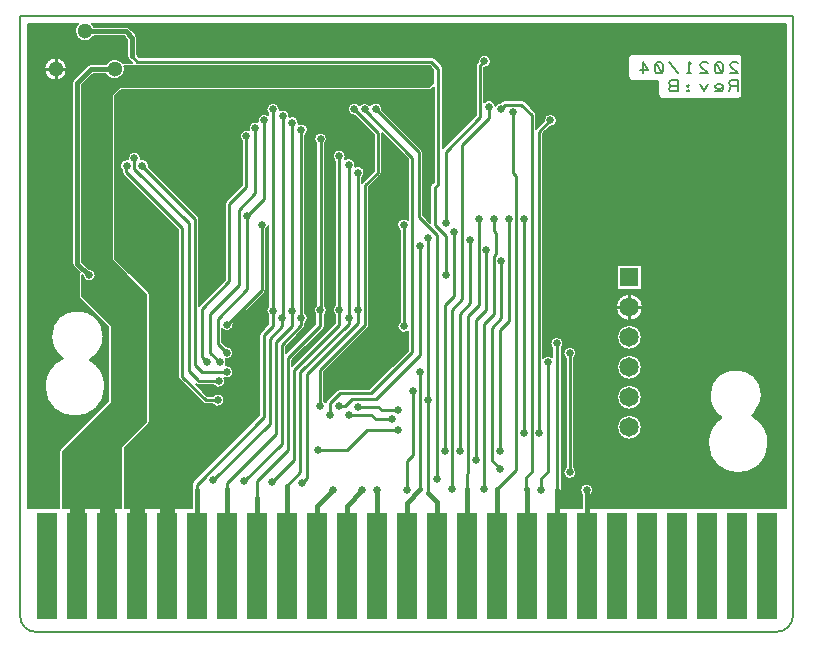
<source format=gbr>
G04 #@! TF.Part,Single*
G04 #@! TF.FileFunction,Copper,L2,Bot *
G04 #@! TF.FilePolarity,Positive *
%FSLAX35Y35*%
%MOIN*%
G04 #@! TA.AperFunction,SMDPad,CuDef*
%ADD18R,0.06693X0.35433*%
G04 #@! TA.AperFunction,ComponentPad*
%ADD16R,0.06496X0.06496*%
G04 #@! TD.AperFunction*
%ADD10C,0.00500*%
%ADD11C,0.01000*%
%ADD12C,0.01500*%
G04 #@! TA.AperFunction,ViaPad*
%ADD13C,0.02677*%
%ADD15C,0.03200*%
G04 #@! TD.AperFunction*
%ADD14C,0.05000*%
G04 #@! TA.AperFunction,ComponentPad*
%ADD117C,0.05118*%
%ADD17C,0.06496*%
X0Y0D02*
D02*
D10*
X139638Y212238D02*
Y50844D01*
X150214*
G75*
G02X150208Y50957I1097J114*
G01*
Y69565*
G75*
G02X150531Y70345I1102*
G01*
X166557Y86371*
Y111043*
X157021Y120579*
G75*
G02X156698Y121359I780J780*
G01*
Y128449*
G75*
G03Y128453I-101508J2*
G01*
G75*
G02X157021Y129232I1102*
G01*
X155047Y131206*
G75*
G02X154576Y132341I1131J1135*
G01*
Y192621*
G75*
G02X155047Y193756I1602*
G01*
X159536Y198245*
G75*
G02X160671Y198717I1135J-1131*
G01*
X165646*
G75*
G02X171431Y199101I3012J-1602*
G01*
G75*
G02X171920Y199215I489J-989*
G01*
X174400*
X173393Y200222*
G75*
G02X172922Y201357I1131J1135*
G01*
Y206934*
X171745Y208110*
X161828*
G75*
G02X155404Y209713I-3012J1602*
G01*
G75*
G02X156522Y212238I3411*
G01*
X139638*
X145164Y197114D02*
G75*
G02X152782I3809D01*
G01*
G75*
G02X145164I-3809*
G01*
X160355Y100286D02*
G75*
G02X165542Y91459I-4917J-8827D01*
G01*
G75*
G02X145333I-10104*
G01*
G75*
G02X151425Y100732I10104*
G01*
G75*
G02X147538Y107994I4839J7262*
G01*
G75*
G02X164991I8726*
G01*
G75*
G02X160355Y100286I-8726*
G01*
X139888Y99037D02*
G36*
Y51094D01*
X150208*
Y69565*
Y69566*
G75*
G02X150531Y70345I1102*
G01*
X166557Y86371*
Y99037*
X162120*
G75*
G02X165542Y91459I-6683J-7579*
G01*
G75*
G02X145333I-10104*
G01*
G75*
G02X148755Y99037I10105J0*
G01*
X139888*
G37*
Y197114D02*
G36*
Y99037D01*
X148755*
G75*
G02X151425Y100732I6683J-7579*
G01*
G75*
G02X147538Y107994I4839J7262*
G01*
G75*
G02X164991I8726*
G01*
Y107994*
G75*
G02X160355Y100286I-8726*
G01*
G75*
G02X162120Y99037I-4919J-8828*
G01*
X166557*
Y111043*
X157021Y120579*
G75*
G02X156698Y121358I779J779*
G01*
Y121359*
Y128449*
Y128453*
Y128453*
G75*
G02X157021Y129232I1102*
G01*
X155047Y131206*
G75*
G02X154576Y132341I1130J1135*
G01*
Y132341*
Y192621*
Y192622*
G75*
G02X155047Y193756I1602*
G01*
X158405Y197114*
X152782*
G75*
G02X145164I-3809*
G01*
X139888*
G37*
Y211988D02*
G36*
Y197114D01*
X145164*
G75*
G02X152782I3809*
G01*
X158405*
X159536Y198245*
G75*
G02X160671Y198717I1135J-1130*
G01*
X165646*
G75*
G02X171431Y199101I3012J-1602*
G01*
G75*
G02X171920Y199215I487J-982*
G01*
X174150*
Y199465*
X173393Y200222*
G75*
G02X172922Y201357I1130J1135*
G01*
Y201357*
Y206934*
X171745Y208110*
X161828*
G75*
G02X155404Y209712I-3012J1602*
G01*
Y209713*
G75*
G02X156274Y211988I3412J0*
G01*
X139888*
G37*
X142450Y9569D02*
X389310D01*
G75*
G03X394807Y15066J5497*
G01*
Y214707*
X137170*
Y14849*
G75*
G03X142450Y9569I5280*
G01*
X151311Y69565D02*
Y50957D01*
X170905*
Y71188*
X179267Y79550*
Y121983*
X167785Y133465*
Y188628*
X170406Y191248*
X273618*
X274866Y192496*
Y196989*
X273743Y198113*
X171920*
G75*
G02X165646Y195512I-3262J-998*
G01*
X161440*
X157800Y191872*
Y132985*
X160123Y130663*
G75*
G02X162368Y128472I54J-2190*
G01*
G75*
G02X157997Y128256I-2191*
G01*
X157800Y128453*
Y121359*
X167660Y111499*
Y85915*
X151311Y69565*
G36*
Y50957*
X170905*
Y71188*
X179267Y79550*
Y121983*
X167785Y133465*
Y188628*
X170406Y191248*
X273618*
X274866Y192496*
Y196989*
X273743Y198113*
X171920*
G75*
G02X165646Y195512I-3262J-998*
G01*
X161440*
X157800Y191872*
Y132985*
X160123Y130663*
G75*
G02X162368Y128472I54J-2190*
G01*
G75*
G02X157997Y128256I-2191*
G01*
X157800Y128453*
Y121359*
X167660Y111499*
Y85915*
X151311Y69565*
G37*
X161109Y212238D02*
G75*
G02X161828Y211315I-2293J-2526D01*
G01*
X172409*
G75*
G02X173544Y210844J-1602*
G01*
X175655Y208733*
G75*
G02X176126Y207598I-1131J-1135*
G01*
Y202021*
X176935Y201213*
X274242*
G75*
G02X275377Y200741J-1602*
G01*
X277744Y198374*
G75*
G02X278215Y197239I-1131J-1135*
G01*
Y170801*
X289113Y181700*
Y198237*
G75*
G02X289510Y199195I1353*
G01*
X289789Y199473*
G75*
G02X289773Y199735I2176J262*
G01*
G75*
G02X294155I2191*
G01*
G75*
G02X291817Y197549I-2191*
G01*
Y186082*
G75*
G02X295637Y184897I1644J-1448*
G01*
G75*
G02X297504Y186075I1943J-1012*
G01*
X297820Y186391*
G75*
G02X298956Y186860I1133J-1133*
G01*
X304194*
G75*
G02X305330Y186389J-1602*
G01*
X308820Y182898*
G75*
G02X309291Y181763I-1131J-1135*
G01*
Y177291*
X311754Y179754*
G75*
G02X311738Y180016I2175J262*
G01*
G75*
G02X316120I2191*
G01*
G75*
G02X313667Y177841I-2191*
G01*
X311537Y175712*
Y100843*
G75*
G02X314448Y101180I1643J-1450*
G01*
Y104198*
G75*
G02X313860Y105693I1602J1494*
G01*
G75*
G02X318242I2191*
G01*
G75*
G02X317653Y104198I-2191*
G01*
Y57022*
G75*
G02X317591Y56580I-1602*
G01*
Y50844*
X324386*
Y55341*
G75*
G02X323798Y56835I1602J1494*
G01*
G75*
G02X328180I2191*
G01*
G75*
G02X327591Y55341I-2191*
G01*
Y50844*
X392339*
Y212238*
X161109*
X335765Y117724D02*
G75*
G02X344761I4498D01*
G01*
G75*
G02X335765I-4498*
G01*
X336162Y77724D02*
G75*
G02X344363I4100D01*
G01*
G75*
G02X336162I-4100*
G01*
Y87724D02*
G75*
G02X344363I4100D01*
G01*
G75*
G02X336162I-4100*
G01*
Y97724D02*
G75*
G02X344363I4100D01*
G01*
G75*
G02X336162I-4100*
G01*
Y107724D02*
G75*
G02X344363I4100D01*
G01*
G75*
G02X336162I-4100*
G01*
X336162Y131825D02*
X344363D01*
Y123624*
X336162*
Y131825*
X376706Y202243D02*
G75*
G02X377956Y200993J-1250D01*
G01*
Y188493*
G75*
G02X376706Y187243I-1250*
G01*
X351206*
G75*
G02X349956Y188493J1250*
G01*
Y193243*
X341206*
G75*
G02X339956Y194493J1250*
G01*
Y200993*
G75*
G02X341206Y202243I1250*
G01*
X376706*
X381202Y81525D02*
G75*
G02X386644Y72561I-4663J-8964D01*
G01*
G75*
G02X366435I-10104*
G01*
G75*
G02X370964Y80988I10104*
G01*
G75*
G02X366987Y88309I4749J7321*
G01*
G75*
G02X384439I8726*
G01*
G75*
G02X381202Y81525I-8726J0*
G01*
X318228Y102389D02*
G75*
G02X322610I2191D01*
G01*
G75*
G02X321771Y100665I-2191*
G01*
Y64425*
G75*
G02X322610Y62701I-1352J-1724*
G01*
G75*
G02X318228I-2191*
G01*
G75*
G02X319067Y64425I2191*
G01*
Y100665*
G75*
G02X318228Y102389I1352J1724*
G01*
X317591Y56580D02*
G36*
Y51094D01*
X324386*
Y55341*
G75*
G02X323798Y56835I1602J1494*
G01*
G75*
G02X328180I2191*
G01*
G75*
G02X327591Y55341I-2191*
G01*
Y51094*
X392089*
Y77724*
X385226*
G75*
G02X386644Y72561I-8686J-5163*
G01*
G75*
G02X366435I-10104*
G01*
G75*
G02X367854Y77724I10105J0*
G01*
X344363*
G75*
G02X336162I-4100*
G01*
X321771*
Y64425*
G75*
G02X322610Y62701I-1354J-1724*
G01*
G75*
G02X318228I-2191*
G01*
G75*
G02X319067Y64425I2192J-1*
G01*
Y77724*
X317653*
Y57022*
G75*
G02X317591Y56580I-1615J2*
G01*
G37*
X317653Y87724D02*
G36*
Y77724D01*
X319067*
Y87724*
X317653*
G37*
X321771D02*
G36*
Y77724D01*
X336162*
G75*
G02X344363I4100*
G01*
X367854*
G75*
G02X370964Y80988I8686J-5162*
G01*
G75*
G02X367006Y87724I4749J7321*
G01*
X344363*
G75*
G02X336162I-4100*
G01*
X321771*
G37*
X384420D02*
G36*
G75*
G02X381202Y81525I-8708J586D01*
G01*
G75*
G02X385226Y77724I-4663J-8964*
G01*
X392089*
Y87724*
X384420*
G37*
X317653Y97724D02*
G36*
Y87724D01*
X319067*
Y97724*
X317653*
G37*
X321771D02*
G36*
Y87724D01*
X336162*
G75*
G02X344363I4100*
G01*
X367006*
G75*
G02X366987Y88309I8708J586*
G01*
G75*
G02X384439I8726*
G01*
G75*
G02X384420Y87724I-8728J0*
G01*
X392089*
Y97724*
X344363*
G75*
G02X336162I-4100*
G01*
X321771*
G37*
X311537Y107724D02*
G36*
Y100843D01*
G75*
G02X314448Y101180I1643J-1450*
G01*
Y104198*
G75*
G02X313860Y105693I1602J1494*
G01*
G75*
G02X315229Y107724I2191*
G01*
X311537*
G37*
X317653Y104198D02*
G36*
Y97724D01*
X319067*
Y100665*
G75*
G02X318228Y102389I1354J1724*
G01*
G75*
G02X322610I2191*
G01*
G75*
G02X321771Y100665I-2192J1*
G01*
Y97724*
X336162*
G75*
G02X344363I4100*
G01*
X392089*
Y107724*
X344363*
G75*
G02X336162I-4100*
G01*
X316872*
G75*
G02X318242Y105693I-822J-2031*
G01*
G75*
G02X317653Y104198I-2191*
G01*
G37*
X311537Y117724D02*
G36*
Y107724D01*
X315229*
G75*
G02X316872I822J-2031*
G01*
X336162*
G75*
G02X344363I4100*
G01*
X392089*
Y117724*
X344761*
G75*
G02X335765I-4498*
G01*
X311537*
G37*
Y127724D02*
G36*
Y117724D01*
X335765*
G75*
G02X344761I4498*
G01*
X392089*
Y127724*
X344363*
Y123624*
X336162*
Y127724*
X311537*
G37*
X278215Y194743D02*
G36*
Y170801D01*
X289113Y181700*
Y194743*
X278215*
G37*
X291817D02*
G36*
Y186082D01*
G75*
G02X295637Y184897I1644J-1448*
G01*
G75*
G02X297504Y186075I1943J-1012*
G01*
X297820Y186391*
G75*
G02X298956Y186860I1133J-1132*
G01*
X304194*
G75*
G02X305330Y186389I0J-1602*
G01*
X308820Y182898*
G75*
G02X309291Y181764I-1130J-1135*
G01*
Y181763*
Y177291*
X311754Y179754*
G75*
G02X311738Y180016I2181J263*
G01*
G75*
G02X316120I2191*
G01*
G75*
G02X313667Y177841I-2191*
G01*
X311537Y175712*
Y127724*
X336162*
Y131825*
X344363*
Y127724*
X392089*
Y194743*
X377956*
Y188493*
G75*
G02X376706Y187243I-1250*
G01*
X351206*
G75*
G02X349956Y188493J1250*
G01*
Y193243*
X341206*
G75*
G02X339956Y194493J1250*
G01*
Y194743*
X291817*
G37*
X161359Y211988D02*
G36*
Y211986D01*
G75*
G02X161828Y211315I-2543J-2274*
G01*
X172409*
G75*
G02X173544Y210844I0J-1602*
G01*
X175655Y208733*
G75*
G02X176126Y207598I-1130J-1135*
G01*
Y207598*
Y202021*
X176935Y201213*
X274242*
G75*
G02X275377Y200741I0J-1602*
G01*
X277744Y198374*
G75*
G02X278215Y197239I-1130J-1135*
G01*
Y197239*
Y194743*
X289113*
Y198237*
G75*
G02X289510Y199195I1355J-1*
G01*
X289789Y199473*
G75*
G02X289773Y199735I2168J262*
G01*
G75*
G02X294155I2191*
G01*
G75*
G02X291817Y197549I-2191*
G01*
Y194743*
X339956*
Y200993*
G75*
G02X341206Y202243I1250*
G01*
X376706*
G75*
G02X377956Y200993J-1250*
G01*
Y194743*
X392089*
Y211988*
X161359*
G37*
X168887Y188171D02*
Y133921D01*
X180046Y122762*
G75*
G02X180369Y121983I-780J-780*
G01*
Y79550*
G75*
G02X180046Y78770I-1102*
G01*
X172007Y70731*
Y50957*
G75*
G02X172001Y50844I-1103J2*
G01*
X194386*
Y58583*
G75*
G02X194857Y59718I1602*
G01*
X216852Y81713*
Y108379*
G75*
G02X217324Y109514I1602*
G01*
X219854Y112045*
Y115122*
G75*
G02X219848Y118103I1602J1494*
G01*
Y144859*
G75*
G02X219058Y143597I-2141J462*
G01*
Y123598*
G75*
G02X218661Y122641I-1352*
G01*
X208274Y112254*
G75*
G02X204455Y110544I-2175J-263*
G01*
Y106098*
X205836Y104718*
G75*
G02X208290Y102543I263J-2175*
G01*
G75*
G02X205678Y100393I-2191*
G01*
G75*
G02Y98394I-1950J-1000*
G01*
G75*
G02X208290Y96244I422J-2150*
G01*
G75*
G02X205224Y94235I-2191*
G01*
G75*
G02X201630Y91742I-1870J-1141*
G01*
X196489*
G75*
G02X195661Y92025J1352*
G01*
X199539Y88147*
X201380*
G75*
G02X205295Y86795I1724J-1352*
G01*
G75*
G02X201380Y85443I-2191*
G01*
X198979*
G75*
G02X198021Y85840J1352*
G01*
X190168Y93693*
G75*
G02X189770Y94651I955J957*
G01*
Y143637*
X171572Y161836*
G75*
G02X171175Y162793I955J957*
G01*
Y163297*
G75*
G02X173111Y167057I1477J1618*
G01*
G75*
G02X173082Y167411I2161J354*
G01*
G75*
G02X177464I2191*
G01*
G75*
G02X177435Y167057I-2190*
G01*
G75*
G02X180069Y164652I458J-2143*
G01*
X196448Y148275*
G75*
G02X196845Y147318I-955J-957*
G01*
Y118260*
X205496Y126911*
Y152060*
G75*
G02X205893Y153018I1352*
G01*
X211237Y158361*
Y173051*
G75*
G02X213532Y176752I1352J1724*
G01*
G75*
G02X216441Y179537I2052J768*
G01*
G75*
G02X219848Y181800I2139J477*
G01*
Y182266*
G75*
G02X219259Y183760I1602J1494*
G01*
G75*
G02X223641I2191*
G01*
G75*
G02X223614Y183420I-2191J1*
G01*
G75*
G02X226886Y181514I1081J-1906*
G01*
G75*
G02X226869Y181244I-2190J-2*
G01*
G75*
G02X229968Y178862I946J-1976*
G01*
G75*
G02X232287Y175172I967J-1966*
G01*
Y115945*
G75*
G02X232258Y112521I-1382J-1700*
G01*
Y111749*
G75*
G02X231861Y110791I-1352*
G01*
X225672Y104604*
Y102387*
X235602Y112317*
Y115247*
G75*
G02X235948Y118535I1602J1494*
G01*
Y172052*
G75*
G02X235109Y173776I1352J1724*
G01*
G75*
G02X239491I2191*
G01*
G75*
G02X238652Y172052I-2191*
G01*
Y118385*
G75*
G02X238807Y115247I-1448J-1644*
G01*
Y111654*
G75*
G02X238336Y110519I-1602*
G01*
X227920Y100102*
Y98328*
X242152Y112559*
Y115017*
G75*
G02X242152Y118465I1352J1724*
G01*
Y166436*
G75*
G02X241313Y168160I1352J1724*
G01*
G75*
G02X245695I2191*
G01*
G75*
G02X245419Y167094I-2191J0*
G01*
G75*
G02X248739Y164596I1242J-1805*
G01*
G75*
G02X251133Y160945I1042J-1928*
G01*
Y159272*
G75*
G02X251321Y159507I1144J-722*
G01*
X255043Y163229*
Y175337*
X248795Y181585*
G75*
G02X246341Y183760I-263J2175*
G01*
G75*
G02X250280Y185082I2191*
G01*
G75*
G02X253794Y185056I1747J-1322*
G01*
G75*
G02X257821Y183622I1852J-1171*
G01*
X270954Y170490*
G75*
G02X271351Y169533I-955J-957*
G01*
Y148377*
X273763Y145965*
Y157552*
G75*
G02X274234Y158687I1602*
G01*
X275011Y159463*
Y191082*
X274397Y190469*
G75*
G02X273617Y190146I-780J780*
G01*
X170862*
X168887Y188171*
G36*
Y133921*
X180046Y122762*
G75*
G02X180369Y121983I-780J-780*
G01*
Y79550*
G75*
G02X180046Y78770I-1102*
G01*
X172007Y70731*
Y50957*
G75*
G02X172001Y50844I-1103J2*
G01*
X194386*
Y58583*
G75*
G02X194857Y59718I1602*
G01*
X216852Y81713*
Y108379*
G75*
G02X217324Y109514I1602*
G01*
X219854Y112045*
Y115122*
G75*
G02X219848Y118103I1602J1494*
G01*
Y144859*
G75*
G02X219058Y143597I-2141J462*
G01*
Y123598*
G75*
G02X218661Y122641I-1352*
G01*
X208274Y112254*
G75*
G02X204455Y110544I-2175J-263*
G01*
Y106098*
X205836Y104718*
G75*
G02X208290Y102543I263J-2175*
G01*
G75*
G02X205678Y100393I-2191*
G01*
G75*
G02Y98394I-1950J-1000*
G01*
G75*
G02X208290Y96244I422J-2150*
G01*
G75*
G02X205224Y94235I-2191*
G01*
G75*
G02X201630Y91742I-1870J-1141*
G01*
X196489*
G75*
G02X195661Y92025J1352*
G01*
X199539Y88147*
X201380*
G75*
G02X205295Y86795I1724J-1352*
G01*
G75*
G02X201380Y85443I-2191*
G01*
X198979*
G75*
G02X198021Y85840J1352*
G01*
X190168Y93693*
G75*
G02X189770Y94651I955J957*
G01*
Y143637*
X171572Y161836*
G75*
G02X171175Y162793I955J957*
G01*
Y163297*
G75*
G02X173111Y167057I1477J1618*
G01*
G75*
G02X173082Y167411I2161J354*
G01*
G75*
G02X177464I2191*
G01*
G75*
G02X177435Y167057I-2190*
G01*
G75*
G02X180069Y164652I458J-2143*
G01*
X196448Y148275*
G75*
G02X196845Y147318I-955J-957*
G01*
Y118260*
X205496Y126911*
Y152060*
G75*
G02X205893Y153018I1352*
G01*
X211237Y158361*
Y173051*
G75*
G02X213532Y176752I1352J1724*
G01*
G75*
G02X216441Y179537I2052J768*
G01*
G75*
G02X219848Y181800I2139J477*
G01*
Y182266*
G75*
G02X219259Y183760I1602J1494*
G01*
G75*
G02X223641I2191*
G01*
G75*
G02X223614Y183420I-2191J1*
G01*
G75*
G02X226886Y181514I1081J-1906*
G01*
G75*
G02X226869Y181244I-2190J-2*
G01*
G75*
G02X229968Y178862I946J-1976*
G01*
G75*
G02X232287Y175172I967J-1966*
G01*
Y115945*
G75*
G02X232258Y112521I-1382J-1700*
G01*
Y111749*
G75*
G02X231861Y110791I-1352*
G01*
X225672Y104604*
Y102387*
X235602Y112317*
Y115247*
G75*
G02X235948Y118535I1602J1494*
G01*
Y172052*
G75*
G02X235109Y173776I1352J1724*
G01*
G75*
G02X239491I2191*
G01*
G75*
G02X238652Y172052I-2191*
G01*
Y118385*
G75*
G02X238807Y115247I-1448J-1644*
G01*
Y111654*
G75*
G02X238336Y110519I-1602*
G01*
X227920Y100102*
Y98328*
X242152Y112559*
Y115017*
G75*
G02X242152Y118465I1352J1724*
G01*
Y166436*
G75*
G02X241313Y168160I1352J1724*
G01*
G75*
G02X245695I2191*
G01*
G75*
G02X245419Y167094I-2191J0*
G01*
G75*
G02X248739Y164596I1242J-1805*
G01*
G75*
G02X251133Y160945I1042J-1928*
G01*
Y159272*
G75*
G02X251321Y159507I1144J-722*
G01*
X255043Y163229*
Y175337*
X248795Y181585*
G75*
G02X246341Y183760I-263J2175*
G01*
G75*
G02X250280Y185082I2191*
G01*
G75*
G02X253794Y185056I1747J-1322*
G01*
G75*
G02X257821Y183622I1852J-1171*
G01*
X270954Y170490*
G75*
G02X271351Y169533I-955J-957*
G01*
Y148377*
X273763Y145965*
Y157552*
G75*
G02X274234Y158687I1602*
G01*
X275011Y159463*
Y191082*
X274397Y190469*
G75*
G02X273617Y190146I-780J780*
G01*
X170862*
X168887Y188171*
G37*
X238557Y96212D02*
Y86515D01*
G75*
G02X239021Y86017I-1352J-1724*
G01*
G75*
G02X239399Y86747I1333J-226*
G01*
X242767Y90115*
G75*
G02X243724Y90512I957J-955*
G01*
X253588*
X266400Y103323*
Y109588*
G75*
G02X263654Y112993I-1269J1786*
G01*
Y143472*
G75*
G02X262815Y145196I1352J1724*
G01*
G75*
G02X266400Y146887I2191*
G01*
Y167100*
X257747Y175753*
Y162669*
G75*
G02X257350Y161711I-1352*
G01*
X253629Y157990*
Y111844*
G75*
G02X253231Y110887I-1352*
G01*
X238557Y96212*
G36*
Y86515*
G75*
G02X239021Y86017I-1352J-1724*
G01*
G75*
G02X239399Y86747I1333J-226*
G01*
X242767Y90115*
G75*
G02X243724Y90512I957J-955*
G01*
X253588*
X266400Y103323*
Y109588*
G75*
G02X263654Y112993I-1269J1786*
G01*
Y143472*
G75*
G02X262815Y145196I1352J1724*
G01*
G75*
G02X266400Y146887I2191*
G01*
Y167100*
X257747Y175753*
Y162669*
G75*
G02X257350Y161711I-1352*
G01*
X253629Y157990*
Y111844*
G75*
G02X253231Y110887I-1352*
G01*
X238557Y96212*
G37*
X373956Y195680D02*
X376456D01*
X374268Y197868*
X373956Y198493*
X374268Y199118*
X374893Y199430*
X375830*
X376456Y199118*
X371143Y195993D02*
X370518Y195680D01*
X369893*
X369268Y195993*
X368956Y196618*
Y198493*
X369268Y199118*
X369893Y199430*
X370518*
X371143Y199118*
X371456Y198493*
Y196618*
X371143Y195993*
X369268Y199118*
X363956Y195680D02*
X366456D01*
X364268Y197868*
X363956Y198493*
X364268Y199118*
X364893Y199430*
X365830*
X366456Y199118*
X360830Y195680D02*
X359580D01*
X360206D02*
Y199430D01*
X360830Y198806*
X356456Y195680D02*
X353330Y199430D01*
X351143Y195993D02*
X350518Y195680D01*
X349893*
X349268Y195993*
X348956Y196618*
Y198493*
X349268Y199118*
X349893Y199430*
X350518*
X351143Y199118*
X351456Y198493*
Y196618*
X351143Y195993*
X349268Y199118*
X344893Y195680D02*
Y199430D01*
X346456Y196930*
X343956*
X376456Y189680D02*
Y193430D01*
X374268*
X373643Y193118*
X373330Y192493*
X373643Y191868*
X374268Y191556*
X376456*
X374268D02*
X373330Y189680D01*
X368956Y189993D02*
X369268Y189680D01*
X369893*
X370518*
X371143Y189993*
X371456Y190618*
Y191556*
X371143Y191868*
X370518Y192180*
X369893*
X369268Y191868*
X368956Y191556*
Y191243*
X369268Y190930*
X369893Y190618*
X370518*
X371143Y190930*
X371456Y191243*
X366456Y192180D02*
X365206Y189680D01*
X363956Y192180*
X359893Y189680D02*
X359580Y189993D01*
X359893Y190306*
X360206Y189993*
X359893Y189680*
Y191243D02*
X359580Y191556D01*
X359893Y191868*
X360206Y191556*
X359893Y191243*
X354268Y191556D02*
X353643Y191243D01*
X353330Y190618*
X353643Y189993*
X354268Y189680*
X356456*
Y193430*
X354268*
X353643Y193118*
X353330Y192493*
X353643Y191868*
X354268Y191556*
X356456*
D02*
D11*
X146914Y197114D02*
X144914D01*
X148973Y195055D02*
Y193055D01*
Y199173D02*
Y201173D01*
X151032Y197114D02*
X153032D01*
X172652Y164915D02*
X172527D01*
Y162793*
X191123Y144198*
Y94651*
X198979Y86795*
X203104*
X195989Y56835D02*
Y58583D01*
X218455Y81049*
Y108379*
X221457Y111381*
Y116616*
X201606Y60080D02*
X220327Y78801D01*
Y107131*
X224606Y111411*
Y114120*
X203354Y93094D02*
X196489D01*
Y93528*
X193369Y96648*
Y145695*
X175273Y163792*
Y167411*
X205989Y57210D02*
Y59207D01*
X222448Y75667*
Y106133*
X227756Y111440*
Y116616*
X206099Y96244D02*
X197892D01*
X195491Y98644*
Y147318*
X177894Y164915*
X212589Y174774D02*
Y157801D01*
X206848Y152060*
Y126351*
X197737Y117240*
Y101141*
X199485Y99393*
X212839Y148191D02*
Y123730D01*
X203104Y113995*
Y105538*
X206099Y102543*
X215584Y177520D02*
Y155929D01*
X209968Y150313*
Y125103*
X200483Y115618*
Y102638*
X203728Y99393*
X215989Y54339D02*
Y59831D01*
X226317Y70159*
Y100766*
X237205Y111654*
Y116741*
X217706Y145321D02*
Y123598D01*
X206099Y111992*
X218580Y180013D02*
Y153932D01*
X212839Y148191*
X221450Y183760D02*
Y116623D01*
X224695Y181514D02*
Y114209D01*
X224606Y114120*
X227815Y179267D02*
Y116675D01*
X227756Y116616*
X230906Y114245D02*
Y111749D01*
X224320Y105164*
Y72186*
X211840Y59706*
X230935Y176896D02*
Y114274D01*
X230906Y114245*
X236426Y70189D02*
X246036D01*
X252776Y76929*
X263134*
X237300Y173776D02*
Y116836D01*
X237205Y116741*
X243504D02*
Y111998D01*
X228439Y96933*
Y66820*
X221076Y59456*
X243504Y168160D02*
Y116741D01*
X246654Y114120D02*
Y112241D01*
X230561Y96148*
Y62951*
X230583Y62928*
X225989Y58333*
X246660Y165289D02*
Y114127D01*
X246654Y114120*
X248532Y183760D02*
X256395Y175898D01*
Y162669*
X252276Y158550*
Y111844*
X237205Y96772*
Y84791*
X249780Y162669D02*
Y116764D01*
X249803Y116741*
Y84667D02*
X256395D01*
X257643Y83419*
X263259*
X249803Y116741D02*
Y112520D01*
X232807Y95524*
Y60954*
X231185Y59331*
X252027Y183760D02*
Y183386D01*
X267752Y167661*
Y102763*
X254148Y89159*
X243724*
X240354Y85790*
Y81921*
X261137Y80423D02*
X255771D01*
X254273Y81921*
X246654*
X265006Y145196D02*
Y111624D01*
X265131Y111374*
X268002Y89944D02*
Y68458D01*
X265989Y66445*
Y56960*
X270498Y138207D02*
Y101765D01*
X255896Y87163*
X247908*
X245537Y84791*
X243504*
X270622Y57226D02*
Y96148D01*
X273243Y86788D02*
Y140703D01*
Y86788D02*
Y55712D01*
X275989Y60580D02*
Y141826D01*
X269998Y147817*
Y169533*
X255646Y183885*
X278735Y69940D02*
Y118488D01*
X281855Y121608*
Y142950*
X278984Y145695D02*
Y169657D01*
X290466Y181139*
Y198237*
X291964Y199735*
X279109Y128348D02*
Y141577D01*
X275365Y145321*
Y157552*
X276613Y158800*
Y197239*
X274242Y199610*
X176271*
X174524Y201357*
X283727Y69940D02*
Y115618D01*
X287221Y119112*
Y140329*
X285989Y57210D02*
X285973Y57225D01*
Y62077*
X286472Y62576*
Y114869*
X289967Y118363*
Y147193*
X289985*
X289093Y66695D02*
Y113496D01*
X292588Y116991*
Y136834*
X291714Y57335D02*
Y112248D01*
X294985Y115519*
Y134738*
X295708Y135461*
Y142476*
X294985Y143199*
Y147193*
X293461Y184634D02*
Y180765D01*
X284600Y171904*
Y120360*
X281231Y116991*
Y57085*
X295989D02*
X296082D01*
X302447Y63450*
Y161545*
X301449Y162544*
Y182762*
X297206Y69940D02*
Y110251D01*
X300076Y113122*
Y143199*
X299985Y143291*
Y147193*
X297580Y133090D02*
Y114245D01*
X294335Y111000*
Y66695*
X297206Y63824*
Y63700*
X304985Y147193D02*
Y75681D01*
X305942Y57210D02*
Y61204D01*
X307689Y62951*
Y181763*
X304194Y185258*
X298953*
X297580Y183885*
X313180Y99393D02*
Y62951D01*
X310934Y60704*
Y56711*
X313929Y180016D02*
X310185Y176272D01*
Y75681*
X315989Y56960D02*
X316051Y57022D01*
Y105693*
X320419Y62701D02*
Y102389D01*
X337515Y117724D02*
X335515D01*
X340263Y114976D02*
Y112976D01*
Y120472D02*
Y122472D01*
X343011Y117724D02*
X345011D01*
D02*
D12*
X168658Y197114D02*
X160671D01*
X156178Y192621*
Y132341*
X160047Y128472*
X160177*
X174524Y201357D02*
Y207598D01*
X172409Y209713*
X158816*
X195989Y31616D02*
Y56835D01*
X205989Y31616D02*
Y57210D01*
X215989Y31616D02*
Y54339D01*
X221450Y116623D02*
X221457Y116616D01*
X225989Y58333D02*
Y31616D01*
X235989D02*
Y51406D01*
X241543Y56960*
X245989Y31616D02*
Y51671D01*
X251278Y56960*
X255989Y31616D02*
Y56960D01*
X265989Y31616D02*
Y52592D01*
X270622Y57226*
X273243Y55712D02*
X275989Y52967D01*
Y31616*
X285989D02*
Y57210D01*
X295989Y31616D02*
Y57085D01*
X305989Y31616D02*
Y57163D01*
X305942Y57210*
X315989Y31616D02*
Y56960D01*
X325989Y56835D02*
Y31616D01*
D02*
D13*
X160177Y128472D03*
X172652Y164915D03*
X175273Y167411D03*
X177894Y164915D03*
X199485Y99393D03*
X201606Y60080D03*
X203104Y86795D03*
X203354Y93094D03*
X203728Y99393D03*
X206099Y96244D03*
Y102543D03*
Y111992D03*
X211840Y59706D03*
X212589Y174774D03*
X212839Y148191D03*
X215584Y177520D03*
X217706Y145321D03*
X218580Y180013D03*
X221076Y59456D03*
X221450Y183760D03*
X221457Y116616D03*
X224606Y114120D03*
X224695Y181514D03*
X227756Y116616D03*
X227815Y179267D03*
X230906Y114245D03*
X230935Y176896D03*
X231185Y59331D03*
X236426Y70189D03*
X237205Y84791D03*
Y116741D03*
X237300Y173776D03*
X240354Y81921D03*
X241543Y56960D03*
X243504Y84791D03*
Y116741D03*
Y168160D03*
X246654Y81921D03*
Y114120D03*
X246660Y165289D03*
X248532Y183760D03*
X249780Y162669D03*
X249803Y84667D03*
Y116741D03*
X251278Y56960D03*
X252027Y183760D03*
X255646Y183885D03*
X255989Y56960D03*
X261137Y80423D03*
X263134Y76929D03*
X263259Y83419D03*
X265006Y145196D03*
X265131Y111374D03*
X265989Y56960D03*
X268002Y89944D03*
X270498Y138207D03*
X270622Y96148D03*
X273243Y86788D03*
Y140703D03*
X275989Y60580D03*
X278735Y69940D03*
X278984Y145695D03*
X279109Y128348D03*
X281231Y57085D03*
X281855Y142950D03*
X283727Y69940D03*
X287221Y140329D03*
X289093Y66695D03*
X289985Y147193D03*
X291714Y57335D03*
X291964Y199735D03*
X292588Y136834D03*
X293461Y184634D03*
X294985Y147193D03*
X297206Y63700D03*
Y69940D03*
X297580Y133090D03*
Y183885D03*
X299985Y147193D03*
X301449Y182762D03*
X304985Y75681D03*
Y147193D03*
X310185Y75681D03*
X310934Y56711D03*
X313180Y99393D03*
X313929Y180016D03*
X316051Y105693D03*
X320419Y62701D03*
Y102389D03*
X325989Y56835D03*
D02*
D14*
X155989Y31616D02*
Y58457D01*
X165989*
Y31616D02*
Y58457D01*
Y72387*
X174150Y80548*
Y83169*
X173276Y84043*
Y114245*
X165039Y122482*
Y163043*
X164665*
X175989Y31616D02*
Y60422D01*
X176022Y60455*
X185989Y31616D02*
Y60188D01*
X186006Y60205*
D02*
D15*
X144985Y62207D03*
Y77207D03*
Y124707D03*
Y144707D03*
Y164707D03*
Y184707D03*
Y204707D03*
X151560Y157427D03*
X154930Y77178D03*
X164665Y163043D03*
X165413Y179143D03*
X172527Y188628D03*
X176022Y60455D03*
X181887Y70065D03*
X182511Y132217D03*
Y142700D03*
X184985Y204707D03*
X186006Y60205D03*
X187254Y80174D03*
X191872Y70065D03*
X197238Y80174D03*
X201481Y132217D03*
Y142326D03*
X224985Y204707D03*
X234055Y127724D03*
X234180Y160297D03*
X234305Y141951D03*
X240545D03*
Y160297D03*
X243790Y93028D03*
X250529D03*
X253150Y172154D03*
X256145Y140953D03*
X261886Y133964D03*
X264985Y204707D03*
X272120Y194743D03*
X304985Y204707D03*
X327533Y132716D03*
Y142450D03*
X344943Y174400D03*
X344985Y144707D03*
Y204707D03*
X359981Y64573D03*
Y84417D03*
X384985Y104707D03*
Y124707D03*
Y144707D03*
Y164707D03*
Y184707D03*
Y204707D03*
D02*
D16*
X340263Y127724D03*
D02*
D17*
Y77724D03*
Y87724D03*
Y97724D03*
Y107724D03*
Y117724D03*
D02*
D18*
X145989Y31616D03*
X155989D03*
X165989D03*
X175989D03*
X185989D03*
X195989D03*
X205989D03*
X215989D03*
X225989D03*
X235989D03*
X245989D03*
X255989D03*
X265989D03*
X275989D03*
X285989D03*
X295989D03*
X305989D03*
X315989D03*
X325989D03*
X335989D03*
X345989D03*
X355989D03*
X365989D03*
X375989D03*
X385989D03*
D02*
D117*
X148973Y197114D03*
X158816Y209713D03*
X168658Y197114D03*
X0Y0D02*
M02*

</source>
